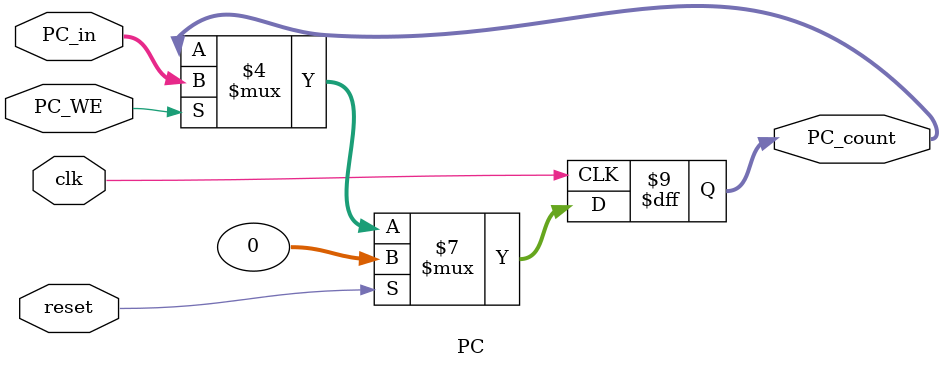
<source format=sv>
`timescale 1ns / 1ps

module PC(
input[31:0] PC_in,
input reset,
input PC_WE,
input clk,
output logic[31:0] PC_count
    );
always_ff@(posedge clk)
    begin
    if (reset == 1)
        PC_count <=0;
    else if (PC_WE == 1)
        PC_count <=PC_in;   
    end
endmodule

</source>
